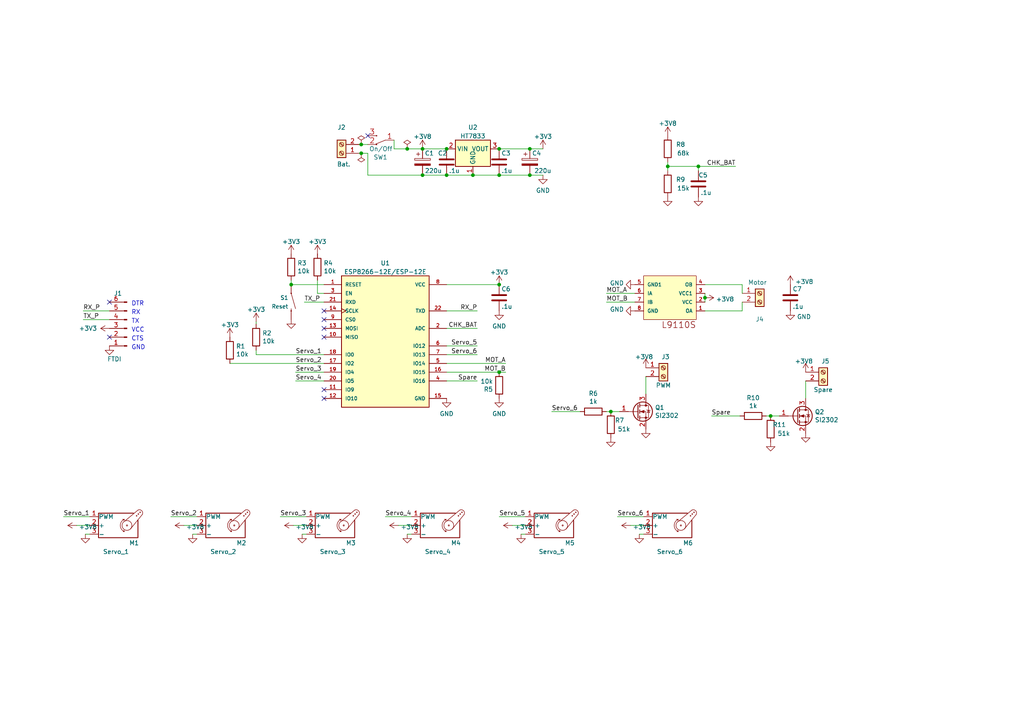
<source format=kicad_sch>
(kicad_sch (version 20211123) (generator eeschema)
  (paper "A4")
  (lib_symbols
    (symbol "Connector:Conn_01x06_Male" (pin_names (offset 1.016) hide)
      (property "Reference" "J" (at 0 7.62 0))
      (property "Value" "Conn_01x06_Male" (at 0 -10.16 0))
      (symbol "Conn_01x06_Male_1_1"
        (polyline (pts (xy 1.27 -7.62) (xy 0.8636 -7.62)) (stroke (width 0.1524)))
        (polyline (pts (xy 1.27 -5.08) (xy 0.8636 -5.08)) (stroke (width 0.1524)))
        (polyline (pts (xy 1.27 -2.54) (xy 0.8636 -2.54)) (stroke (width 0.1524)))
        (polyline (pts (xy 1.27 0) (xy 0.8636 0)) (stroke (width 0.1524)))
        (polyline (pts (xy 1.27 2.54) (xy 0.8636 2.54)) (stroke (width 0.1524)))
        (polyline (pts (xy 1.27 5.08) (xy 0.8636 5.08)) (stroke (width 0.1524)))
        (rectangle (start 0.8636 -7.493) (end 0 -7.747) (stroke (width 0.1524)) (fill (type outline)))
        (rectangle (start 0.8636 -4.953) (end 0 -5.207) (stroke (width 0.1524)) (fill (type outline)))
        (rectangle (start 0.8636 -2.413) (end 0 -2.667) (stroke (width 0.1524)) (fill (type outline)))
        (rectangle (start 0.8636 0.127) (end 0 -0.127) (stroke (width 0.1524)) (fill (type outline)))
        (rectangle (start 0.8636 2.667) (end 0 2.413) (stroke (width 0.1524)) (fill (type outline)))
        (rectangle (start 0.8636 5.207) (end 0 4.953) (stroke (width 0.1524)) (fill (type outline)))
        (pin passive line (at 5.08 5.08 180) (length 3.81) (name "Pin_1") (number "1"))
        (pin passive line (at 5.08 2.54 180) (length 3.81) (name "Pin_2") (number "2"))
        (pin passive line (at 5.08 0 180) (length 3.81) (name "Pin_3") (number "3"))
        (pin passive line (at 5.08 -2.54 180) (length 3.81) (name "Pin_4") (number "4"))
        (pin passive line (at 5.08 -5.08 180) (length 3.81) (name "Pin_5") (number "5"))
        (pin passive line (at 5.08 -7.62 180) (length 3.81) (name "Pin_6") (number "6"))
      )
    )
    (symbol "Connector:Screw_Terminal_01x02" (pin_names (offset 1.016) hide)
      (property "Reference" "J" (at 0 2.54 0))
      (property "Value" "Screw_Terminal_01x02" (at 0 -5.08 0))
      (symbol "Screw_Terminal_01x02_1_1"
        (rectangle (start -1.27 1.27) (end 1.27 -3.81) (stroke (width 0.254)) (fill (type background)))
        (circle (center 0 -2.54) (radius 0.635) (stroke (width 0.1524)))
        (polyline (pts (xy -0.5334 -2.2098) (xy 0.3302 -3.048)) (stroke (width 0.1524)))
        (polyline (pts (xy -0.5334 0.3302) (xy 0.3302 -0.508)) (stroke (width 0.1524)))
        (polyline (pts (xy -0.3556 -2.032) (xy 0.508 -2.8702)) (stroke (width 0.1524)))
        (polyline (pts (xy -0.3556 0.508) (xy 0.508 -0.3302)) (stroke (width 0.1524)))
        (circle (center 0 0) (radius 0.635) (stroke (width 0.1524)))
        (pin passive line (at -5.08 0 0) (length 3.81) (name "Pin_1") (number "1"))
        (pin passive line (at -5.08 -2.54 0) (length 3.81) (name "Pin_2") (number "2"))
      )
    )
    (symbol "Device:C" (pin_numbers hide) (pin_names (offset 0.254))
      (property "Reference" "C" (at 0.635 2.54 0))
      (property "Value" "C" (at 0.635 -2.54 0))
      (symbol "C_0_1"
        (polyline (pts (xy -2.032 -0.762) (xy 2.032 -0.762)) (stroke (width 0.508)))
        (polyline (pts (xy -2.032 0.762) (xy 2.032 0.762)) (stroke (width 0.508)))
      )
      (symbol "C_1_1"
        (pin passive line (at 0 3.81 270) (length 2.794) (name "~") (number "1"))
        (pin passive line (at 0 -3.81 90) (length 2.794) (name "~") (number "2"))
      )
    )
    (symbol "Device:C_Polarized" (pin_numbers hide) (pin_names (offset 0.254))
      (property "Reference" "C" (at 0.635 2.54 0))
      (property "Value" "C_Polarized" (at 0.635 -2.54 0))
      (symbol "C_Polarized_0_1"
        (rectangle (start -2.286 0.508) (end 2.286 1.016))
        (polyline (pts (xy -1.778 2.286) (xy -0.762 2.286)))
        (polyline (pts (xy -1.27 2.794) (xy -1.27 1.778)))
        (rectangle (start 2.286 -0.508) (end -2.286 -1.016) (fill (type outline)))
      )
      (symbol "C_Polarized_1_1"
        (pin passive line (at 0 3.81 270) (length 2.794) (name "~") (number "1"))
        (pin passive line (at 0 -3.81 90) (length 2.794) (name "~") (number "2"))
      )
    )
    (symbol "Device:R" (pin_numbers hide) (pin_names (offset 0))
      (property "Reference" "R" (at 2.032 0 90))
      (property "Value" "R" (at 0 0 90))
      (symbol "R_0_1"
        (rectangle (start -1.016 -2.54) (end 1.016 2.54) (stroke (width 0.254)))
      )
      (symbol "R_1_1"
        (pin passive line (at 0 3.81 270) (length 1.27) (name "~") (number "1"))
        (pin passive line (at 0 -3.81 90) (length 1.27) (name "~") (number "2"))
      )
    )
    (symbol "ESP8266-12E_ESP-12E:ESP8266-12E{brace}slash}ESP-12E" (pin_names (offset 1.016))
      (property "Reference" "U" (at -12.7254 18.3134 0))
      (property "Value" "ESP8266-12E{brace}slash}ESP-12E" (at -12.7 -23.3934 0))
      (symbol "ESP8266-12E{brace}slash}ESP-12E_0_0"
        (rectangle (start -12.7 -20.32) (end 12.7 17.78) (stroke (width 0.254)) (fill (type background)))
        (pin input line (at -17.78 15.24 0) (length 5.08) (name "RESET") (number "1"))
        (pin bidirectional line (at -17.78 0 0) (length 5.08) (name "MISO") (number "10"))
        (pin bidirectional line (at -17.78 -15.24 0) (length 5.08) (name "IO9") (number "11"))
        (pin bidirectional line (at -17.78 -17.78 0) (length 5.08) (name "IO10") (number "12"))
        (pin bidirectional line (at -17.78 2.54 0) (length 5.08) (name "MOSI") (number "13"))
        (pin input clock (at -17.78 7.62 0) (length 5.08) (name "SCLK") (number "14"))
        (pin power_in line (at 17.78 -17.78 180) (length 5.08) (name "GND") (number "15"))
        (pin bidirectional line (at 17.78 -10.16 180) (length 5.08) (name "IO15") (number "16"))
        (pin bidirectional line (at -17.78 -7.62 0) (length 5.08) (name "IO2") (number "17"))
        (pin bidirectional line (at -17.78 -5.08 0) (length 5.08) (name "IO0") (number "18"))
        (pin bidirectional line (at -17.78 -10.16 0) (length 5.08) (name "IO4") (number "19"))
        (pin passive line (at 17.78 2.54 180) (length 5.08) (name "ADC") (number "2"))
        (pin bidirectional line (at -17.78 -12.7 0) (length 5.08) (name "IO5") (number "20"))
        (pin input line (at -17.78 10.16 0) (length 5.08) (name "RXD") (number "21"))
        (pin output line (at 17.78 7.62 180) (length 5.08) (name "TXD") (number "22"))
        (pin input line (at -17.78 12.7 0) (length 5.08) (name "EN") (number "3"))
        (pin bidirectional line (at 17.78 -12.7 180) (length 5.08) (name "IO16") (number "4"))
        (pin bidirectional line (at 17.78 -7.62 180) (length 5.08) (name "IO14") (number "5"))
        (pin bidirectional line (at 17.78 -2.54 180) (length 5.08) (name "IO12") (number "6"))
        (pin bidirectional line (at 17.78 -5.08 180) (length 5.08) (name "IO13") (number "7"))
        (pin power_in line (at 17.78 15.24 180) (length 5.08) (name "VCC") (number "8"))
        (pin input line (at -17.78 5.08 0) (length 5.08) (name "CS0") (number "9"))
      )
    )
    (symbol "L9110S:L9110S" (pin_names (offset 1.016))
      (symbol "L9110S_0_0"
        (rectangle (start -7.62 -5.08) (end 7.62 7.62) (stroke (width 0.1524)) (fill (type background)))
        (text "L9110S" (at -7.62 10.16 0) (effects (font (size 1.778 1.778)) (justify left bottom)))
        (pin output line (at -10.16 5.08 0) (length 2.54) (name "OA") (number "1"))
        (pin power_in line (at -10.16 2.54 0) (length 2.54) (name "VCC") (number "2"))
        (pin power_in line (at -10.16 0 0) (length 2.54) (name "VCC1") (number "3"))
        (pin output line (at -10.16 -2.54 0) (length 2.54) (name "OB") (number "4"))
        (pin power_in line (at 10.16 -2.54 180) (length 2.54) (name "GND1") (number "5"))
        (pin input line (at 10.16 0 180) (length 2.54) (name "IA") (number "6"))
        (pin input line (at 10.16 2.54 180) (length 2.54) (name "IB") (number "7"))
        (pin power_in line (at 10.16 5.08 180) (length 2.54) (name "GND") (number "8"))
      )
    )
    (symbol "Motor:Motor_Servo" (pin_names (offset 0.0254))
      (property "Reference" "M" (at -5.08 4.445 0))
      (property "Value" "Motor_Servo" (at -5.08 -4.064 0))
      (symbol "Motor_Servo_0_1"
        (polyline (pts (xy 2.413 -1.778) (xy 2.032 -1.778)))
        (polyline (pts (xy 2.413 -1.778) (xy 2.286 -1.397)))
        (polyline (pts (xy 2.413 1.778) (xy 1.905 1.778)))
        (polyline (pts (xy 2.413 1.778) (xy 2.286 1.397)))
        (polyline (pts (xy 6.35 4.445) (xy 2.54 1.27)))
        (polyline (pts (xy 7.62 3.175) (xy 4.191 -1.016)))
        (polyline (pts (xy 5.08 3.556) (xy -5.08 3.556) (xy -5.08 -3.556) (xy 6.35 -3.556) (xy 6.35 1.524)) (stroke (width 0.254)))
        (arc (start 2.413 1.778) (mid 1.2406 0) (end 2.413 -1.778))
        (circle (center 3.175 0) (radius 0.1778))
        (circle (center 3.175 0) (radius 1.4224))
        (circle (center 5.969 2.794) (radius 0.127))
        (circle (center 6.477 3.302) (radius 0.127))
        (circle (center 6.985 3.81) (radius 0.127))
        (arc (start 7.62 3.175) (mid 7.4485 4.2735) (end 6.35 4.445))
      )
      (symbol "Motor_Servo_1_1"
        (pin passive line (at -7.62 2.54 0) (length 2.54) (name "PWM") (number "1"))
        (pin passive line (at -7.62 0 0) (length 2.54) (name "+") (number "2"))
        (pin passive line (at -7.62 -2.54 0) (length 2.54) (name "-") (number "3"))
      )
    )
    (symbol "Regulator_Linear:HT75xx-1-SOT89"
      (property "Reference" "U" (at -5.08 -3.81 0))
      (property "Value" "HT75xx-1-SOT89" (at 0 6.35 0))
      (symbol "HT75xx-1-SOT89_0_1"
        (rectangle (start -5.08 5.08) (end 5.08 -2.54) (stroke (width 0.254)) (fill (type background)))
      )
      (symbol "HT75xx-1-SOT89_1_1"
        (pin power_in line (at 0 -5.08 90) (length 2.54) (name "GND") (number "1"))
        (pin power_in line (at -7.62 2.54 0) (length 2.54) (name "VIN") (number "2"))
        (pin power_out line (at 7.62 2.54 180) (length 2.54) (name "VOUT") (number "3"))
      )
    )
    (symbol "SparkFun-Switches:ROCKER_SWITCH-SPST_PTH_RIGHT_ANGLE" (pin_numbers hide) (pin_names (offset 1.016) hide)
      (property "Reference" "S" (at -5.08 2.54 0))
      (property "Value" "ROCKER_SWITCH-SPST_PTH_RIGHT_ANGLE" (at -5.08 -2.54 0))
      (property "Field4" "SWCH-08863" (at 0 6.35 0))
      (symbol "ROCKER_SWITCH-SPST_PTH_RIGHT_ANGLE_1_0"
        (polyline (pts (xy -2.54 0) (xy 1.905 1.27)))
        (polyline (pts (xy 1.905 0) (xy 2.54 0)))
      )
      (symbol "ROCKER_SWITCH-SPST_PTH_RIGHT_ANGLE_1_1"
        (circle (center -2.54 0) (radius 0.127) (fill (type outline)))
        (circle (center 2.54 0) (radius 0.127) (fill (type outline)))
        (pin passive line (at -5.08 0 0) (length 2.54) (name "1") (number "1"))
        (pin passive line (at 5.08 0 180) (length 2.54) (name "2") (number "2"))
      )
    )
    (symbol "Transistor_FET:TSM2302CX" (pin_names hide)
      (property "Reference" "Q" (at 5.08 1.905 0))
      (property "Value" "TSM2302CX" (at 5.08 0 0))
      (symbol "TSM2302CX_0_1"
        (polyline (pts (xy 0.254 0) (xy -2.54 0)))
        (polyline (pts (xy 0.254 1.905) (xy 0.254 -1.905)) (stroke (width 0.254)))
        (polyline (pts (xy 0.762 -1.27) (xy 0.762 -2.286)) (stroke (width 0.254)))
        (polyline (pts (xy 0.762 0.508) (xy 0.762 -0.508)) (stroke (width 0.254)))
        (polyline (pts (xy 0.762 2.286) (xy 0.762 1.27)) (stroke (width 0.254)))
        (polyline (pts (xy 2.54 2.54) (xy 2.54 1.778)))
        (polyline (pts (xy 2.54 -2.54) (xy 2.54 0) (xy 0.762 0)))
        (polyline (pts (xy 0.762 -1.778) (xy 3.302 -1.778) (xy 3.302 1.778) (xy 0.762 1.778)))
        (polyline (pts (xy 1.016 0) (xy 2.032 0.381) (xy 2.032 -0.381) (xy 1.016 0)) (fill (type outline)))
        (polyline (pts (xy 2.794 0.508) (xy 2.921 0.381) (xy 3.683 0.381) (xy 3.81 0.254)))
        (polyline (pts (xy 3.302 0.381) (xy 2.921 -0.254) (xy 3.683 -0.254) (xy 3.302 0.381)))
        (circle (center 1.651 0) (radius 2.794) (stroke (width 0.254)))
        (circle (center 2.54 -1.778) (radius 0.254) (fill (type outline)))
        (circle (center 2.54 1.778) (radius 0.254) (fill (type outline)))
      )
      (symbol "TSM2302CX_1_1"
        (pin input line (at -5.08 0 0) (length 2.54) (name "G") (number "1"))
        (pin passive line (at 2.54 -5.08 90) (length 2.54) (name "S") (number "2"))
        (pin passive line (at 2.54 5.08 270) (length 2.54) (name "D") (number "3"))
      )
    )
    (symbol "power:+3V3" (power) (pin_names (offset 0))
      (property "Value" "+3V3" (at 0 3.556 0))
      (symbol "+3V3_0_1"
        (polyline (pts (xy -0.762 1.27) (xy 0 2.54)))
        (polyline (pts (xy 0 0) (xy 0 2.54)))
        (polyline (pts (xy 0 2.54) (xy 0.762 1.27)))
      )
      (symbol "+3V3_1_1"
        (pin power_in line (at 0 0 90) (length 0) hide (name "+3V3") (number "1"))
      )
    )
    (symbol "power:+3V8" (power) (pin_names (offset 0))
      (property "Value" "+3V8" (at 0 3.556 0))
      (symbol "+3V8_0_1"
        (polyline (pts (xy -0.762 1.27) (xy 0 2.54)))
        (polyline (pts (xy 0 0) (xy 0 2.54)))
        (polyline (pts (xy 0 2.54) (xy 0.762 1.27)))
      )
      (symbol "+3V8_1_1"
        (pin power_in line (at 0 0 90) (length 0) hide (name "+3V8") (number "1"))
      )
    )
    (symbol "power:GND" (power) (pin_names (offset 0))
      (property "Value" "GND" (at 0 -3.81 0))
      (symbol "GND_0_1"
        (polyline (pts (xy 0 0) (xy 0 -1.27) (xy 1.27 -1.27) (xy 0 -2.54) (xy -1.27 -1.27) (xy 0 -1.27)))
      )
      (symbol "GND_1_1"
        (pin power_in line (at 0 0 270) (length 0) hide (name "GND") (number "1"))
      )
    )
    (symbol "power:PWR_FLAG" (power) (pin_numbers hide) (pin_names (offset 0) hide)
      (property "Value" "PWR_FLAG" (at 0 3.81 0))
      (symbol "PWR_FLAG_0_0"
        (pin power_out line (at 0 0 90) (length 0) (name "pwr") (number "1"))
      )
      (symbol "PWR_FLAG_0_1"
        (polyline (pts (xy 0 0) (xy 0 1.27) (xy -1.016 1.905) (xy 0 2.54) (xy 1.016 1.905) (xy 0 1.27)))
      )
    )
    (symbol "w_device:SW_SPDT" (pin_names (offset 1.016) hide)
      (property "Reference" "SW" (at 0.254 3.556 0))
      (property "Value" "SW_SPDT" (at 0 -2.413 0))
      (symbol "SW_SPDT_0_1"
        (polyline (pts (xy -1.27 0) (xy 1.524 1.143)))
        (circle (center 1.27 -1.27) (radius 0.127))
        (circle (center 1.27 1.27) (radius 0.127))
        (pin passive line (at -3.81 0 0) (length 2.54) (name "COM") (number "1"))
        (pin passive line (at 3.81 1.27 180) (length 2.54) (name "NC") (number "2"))
        (pin passive line (at 3.81 -1.27 180) (length 2.54) (name "NO") (number "3"))
      )
    )
  )
  (junction (at 137.16 50.8))
  (junction (at 144.78 43.18))
  (junction (at 104.775 41.91))
  (junction (at 144.78 50.8))
  (junction (at 122.555 50.8))
  (junction (at 177.165 119.38))
  (junction (at 129.54 50.8))
  (junction (at 144.78 82.55))
  (junction (at 202.565 48.26))
  (junction (at 204.47 86.36))
  (junction (at 144.78 107.95))
  (junction (at 104.775 44.45))
  (junction (at 153.67 43.18))
  (junction (at 193.675 48.26))
  (junction (at 153.67 50.8))
  (junction (at 129.54 43.18))
  (junction (at 118.11 43.18))
  (junction (at 122.555 43.18))
  (junction (at 84.455 82.55))
  (junction (at 223.52 120.65))
  (no_connect (at 31.75 87.63))
  (no_connect (at 106.68 39.37))
  (no_connect (at 31.75 97.79))
  (no_connect (at 93.98 95.25))
  (no_connect (at 93.98 97.79))
  (no_connect (at 93.98 90.17))
  (no_connect (at 93.98 92.71))
  (no_connect (at 93.98 113.03))
  (no_connect (at 93.98 115.57))
  (wire (pts (xy 193.675 48.26) (xy 202.565 48.26)))
  (wire (pts (xy 186.69 154.94) (xy 185.42 154.94)))
  (wire (pts (xy 84.455 82.55) (xy 93.98 82.55)))
  (wire (pts (xy 186.69 152.4) (xy 182.88 152.4)))
  (wire (pts (xy 204.47 90.17) (xy 215.265 90.17)))
  (wire (pts (xy 204.47 82.55) (xy 215.265 82.55)))
  (wire (pts (xy 144.78 107.95) (xy 146.685 107.95)))
  (wire (pts (xy 104.14 44.45) (xy 104.775 44.45)))
  (wire (pts (xy 74.295 102.87) (xy 93.98 102.87)))
  (wire (pts (xy 204.47 87.63) (xy 204.47 86.36)))
  (wire (pts (xy 111.76 149.86) (xy 119.38 149.86)))
  (wire (pts (xy 118.11 43.18) (xy 122.555 43.18)))
  (wire (pts (xy 74.295 102.87) (xy 74.295 101.6)))
  (wire (pts (xy 129.54 50.8) (xy 122.555 50.8)))
  (wire (pts (xy 57.15 152.4) (xy 53.34 152.4)))
  (wire (pts (xy 187.325 109.22) (xy 187.325 114.3)))
  (wire (pts (xy 175.895 119.38) (xy 177.165 119.38)))
  (wire (pts (xy 106.68 50.8) (xy 122.555 50.8)))
  (wire (pts (xy 129.54 90.17) (xy 138.43 90.17)))
  (wire (pts (xy 24.13 92.71) (xy 31.75 92.71)))
  (wire (pts (xy 26.035 154.94) (xy 24.765 154.94)))
  (wire (pts (xy 26.035 152.4) (xy 22.225 152.4)))
  (wire (pts (xy 88.9 154.94) (xy 87.63 154.94)))
  (wire (pts (xy 49.53 149.86) (xy 57.15 149.86)))
  (wire (pts (xy 144.78 43.18) (xy 153.67 43.18)))
  (wire (pts (xy 66.675 105.41) (xy 93.98 105.41)))
  (wire (pts (xy 129.54 110.49) (xy 138.43 110.49)))
  (wire (pts (xy 85.725 110.49) (xy 93.98 110.49)))
  (wire (pts (xy 119.38 154.94) (xy 118.11 154.94)))
  (wire (pts (xy 175.895 87.63) (xy 184.15 87.63)))
  (wire (pts (xy 85.725 107.95) (xy 93.98 107.95)))
  (wire (pts (xy 206.375 120.65) (xy 214.63 120.65)))
  (wire (pts (xy 152.4 152.4) (xy 148.59 152.4)))
  (wire (pts (xy 88.265 87.63) (xy 93.98 87.63)))
  (wire (pts (xy 122.555 43.18) (xy 129.54 43.18)))
  (wire (pts (xy 84.455 81.28) (xy 84.455 82.55)))
  (wire (pts (xy 129.54 105.41) (xy 146.685 105.41)))
  (wire (pts (xy 18.415 149.86) (xy 26.035 149.86)))
  (wire (pts (xy 24.13 90.17) (xy 31.75 90.17)))
  (wire (pts (xy 104.775 41.91) (xy 106.68 41.91)))
  (wire (pts (xy 129.54 100.33) (xy 138.43 100.33)))
  (wire (pts (xy 129.54 102.87) (xy 138.43 102.87)))
  (wire (pts (xy 74.295 93.98) (xy 74.295 93.345)))
  (wire (pts (xy 106.68 44.45) (xy 106.68 50.8)))
  (wire (pts (xy 233.68 110.49) (xy 233.68 115.57)))
  (wire (pts (xy 175.895 85.09) (xy 184.15 85.09)))
  (wire (pts (xy 92.075 85.09) (xy 92.075 81.28)))
  (wire (pts (xy 144.78 50.8) (xy 153.67 50.8)))
  (wire (pts (xy 104.775 44.45) (xy 106.68 44.45)))
  (wire (pts (xy 222.25 120.65) (xy 223.52 120.65)))
  (wire (pts (xy 129.54 107.95) (xy 144.78 107.95)))
  (wire (pts (xy 223.52 120.65) (xy 226.06 120.65)))
  (wire (pts (xy 179.07 149.86) (xy 186.69 149.86)))
  (wire (pts (xy 93.98 85.09) (xy 92.075 85.09)))
  (wire (pts (xy 81.28 149.86) (xy 88.9 149.86)))
  (wire (pts (xy 193.675 48.26) (xy 193.675 49.53)))
  (wire (pts (xy 157.48 50.8) (xy 153.67 50.8)))
  (wire (pts (xy 57.15 154.94) (xy 55.88 154.94)))
  (wire (pts (xy 202.565 48.26) (xy 202.565 49.53)))
  (wire (pts (xy 193.675 46.99) (xy 193.675 48.26)))
  (wire (pts (xy 177.165 119.38) (xy 179.705 119.38)))
  (wire (pts (xy 202.565 48.26) (xy 213.36 48.26)))
  (wire (pts (xy 144.78 149.86) (xy 152.4 149.86)))
  (wire (pts (xy 137.16 50.8) (xy 144.78 50.8)))
  (wire (pts (xy 152.4 154.94) (xy 151.13 154.94)))
  (wire (pts (xy 157.48 43.18) (xy 153.67 43.18)))
  (wire (pts (xy 204.47 86.36) (xy 204.47 85.09)))
  (wire (pts (xy 129.54 82.55) (xy 144.78 82.55)))
  (wire (pts (xy 215.265 82.55) (xy 215.265 85.09)))
  (wire (pts (xy 215.265 90.17) (xy 215.265 87.63)))
  (wire (pts (xy 88.9 152.4) (xy 85.09 152.4)))
  (wire (pts (xy 160.02 119.38) (xy 168.275 119.38)))
  (wire (pts (xy 114.3 40.64) (xy 114.3 43.18)))
  (wire (pts (xy 104.14 41.91) (xy 104.775 41.91)))
  (wire (pts (xy 129.54 50.8) (xy 137.16 50.8)))
  (wire (pts (xy 119.38 152.4) (xy 115.57 152.4)))
  (wire (pts (xy 129.54 95.25) (xy 138.43 95.25)))
  (wire (pts (xy 114.3 43.18) (xy 118.11 43.18)))
  (text "DTR" (at 38.1 88.9 0) (effects (font (size 1.27 1.27)) (justify left bottom)))
  (text "RX" (at 38.1 91.44 0) (effects (font (size 1.27 1.27)) (justify left bottom)))
  (text "VCC" (at 38.1 96.52 0) (effects (font (size 1.27 1.27)) (justify left bottom)))
  (text "CTS" (at 38.1 99.06 0) (effects (font (size 1.27 1.27)) (justify left bottom)))
  (text "GND" (at 38.1 101.6 0) (effects (font (size 1.27 1.27)) (justify left bottom)))
  (text "TX" (at 38.1 93.98 0) (effects (font (size 1.27 1.27)) (justify left bottom)))
  (label "Spare" (at 138.43 110.49 180))
  (label "MOT_A" (at 146.685 105.41 180))
  (label "Servo_3" (at 85.725 107.95 0))
  (label "Servo_1" (at 18.415 149.86 0))
  (label "Servo_2" (at 49.53 149.86 0))
  (label "CHK_BAT" (at 138.43 95.25 180))
  (label "Servo_4" (at 111.76 149.86 0))
  (label "Servo_1" (at 85.725 102.87 0))
  (label "Servo_6" (at 138.43 102.87 180))
  (label "Servo_5" (at 144.78 149.86 0))
  (label "CHK_BAT" (at 213.36 48.26 180))
  (label "Servo_6" (at 160.02 119.38 0))
  (label "Servo_6" (at 179.07 149.86 0))
  (label "Servo_4" (at 85.725 110.49 0))
  (label "Spare" (at 206.375 120.65 0))
  (label "MOT_B" (at 175.895 87.63 0))
  (label "RX_P" (at 24.13 90.17 0))
  (label "MOT_A" (at 175.895 85.09 0))
  (label "RX_P" (at 138.43 90.17 180))
  (label "Servo_5" (at 138.43 100.33 180))
  (label "MOT_B" (at 146.685 107.95 180))
  (label "TX_P" (at 88.265 87.63 0))
  (label "Servo_3" (at 81.28 149.86 0))
  (label "Servo_2" (at 85.725 105.41 0))
  (label "TX_P" (at 24.13 92.71 0))
  (symbol (lib_id "power:PWR_FLAG") (at 118.11 43.18 0) (unit 1)
    (property "Reference" "#FLG03" (effects hide))
    (property "Value" "PWR_FLAG" (effects hide))
  )
  (symbol (lib_id "power:GND") (at 184.15 82.55 270) (unit 1)
    (property "Reference" "#PWR026" (effects hide))
    (property "Value" "GND" (at 180.975 82.1162 90) (effects (justify right)))
  )
  (symbol (lib_id "power:+3V3") (at 84.455 73.66 0) (unit 1)
    (property "Reference" "#PWR09" (effects hide))
    (property "Value" "+3V3" (at 84.455 70.0842 0))
  )
  (symbol (lib_id "Device:R") (at 144.78 111.76 180) (unit 1)
    (property "Reference" "R5" (at 143.002 112.9284 0) (effects (justify left)))
    (property "Value" "10k" (at 143.002 110.617 0) (effects (justify left)))
    (property "Footprint" "Resistor_SMD:R_0805_2012Metric_Pad1.20x1.40mm_HandSolder" (effects hide))
    (property "Source" "https://de.aliexpress.com/wholesale?&SearchText=resistor+book+0805" (effects hide))
  )
  (symbol (lib_id "Motor:Motor_Servo") (at 160.02 152.4 0) (unit 1)
    (property "Reference" "M5" (at 163.83 157.48 0) (effects (justify left)))
    (property "Value" "Servo_5" (at 156.21 160.02 0) (effects (justify left)))
    (property "Footprint" "Connector_PinHeader_2.54mm:PinHeader_1x03_P2.54mm_Vertical" (effects hide))
    (property "Datasheet" "http://forums.parallax.com/uploads/attachments/46831/74481.png" (effects hide))
    (property "Source" "https://de.aliexpress.com/wholesale?&SearchText=dupont+kit" (effects hide))
  )
  (symbol (lib_id "Device:C_Polarized") (at 153.67 46.99 0) (unit 1)
    (property "Reference" "C4" (at 154.305 44.45 0) (effects (justify left)))
    (property "Value" "220u" (at 154.94 49.53 0) (effects (justify left)))
    (property "Footprint" "Capacitor_SMD:CP_Elec_8x10.5" (effects hide))
  )
  (symbol (lib_id "Device:R") (at 193.675 43.18 180) (unit 1)
    (property "Reference" "R8" (at 198.755 41.91 0) (effects (justify left)))
    (property "Value" "68k" (at 200.025 44.45 0) (effects (justify left)))
    (property "Footprint" "Resistor_SMD:R_0805_2012Metric_Pad1.20x1.40mm_HandSolder" (effects hide))
    (property "Source" "https://de.aliexpress.com/wholesale?&SearchText=resistor+book+0805" (effects hide))
  )
  (symbol (lib_id "power:+3V8") (at 148.59 152.4 90) (unit 1)
    (property "Reference" "#PWR020" (effects hide))
    (property "Value" "+3V8" (at 149.225 152.8338 90) (effects (justify right)))
  )
  (symbol (lib_id "power:GND") (at 202.565 57.15 0) (unit 1)
    (property "Reference" "#PWR033" (effects hide))
    (property "Value" "GND" (effects hide))
  )
  (symbol (lib_id "Transistor_FET:TSM2302CX") (at 184.785 119.38 0) (unit 1)
    (property "Reference" "Q1" (at 189.9666 118.2116 0) (effects (justify left)))
    (property "Value" "SI2302" (at 189.9666 120.523 0) (effects (justify left)))
    (property "Footprint" "Package_TO_SOT_SMD:SOT-23" (effects hide))
    (property "Datasheet" "https://www.taiwansemi.com/products/datasheet/TSM2302CX_E1608.pdf" (effects hide))
    (property "Source" "https://de.aliexpress.com/wholesale?&SearchText=si2302" (effects hide))
  )
  (symbol (lib_id "power:GND") (at 87.63 154.94 0) (unit 1)
    (property "Reference" "#PWR012" (effects hide))
    (property "Value" "GND" (effects hide))
  )
  (symbol (lib_id "power:+3V3") (at 31.75 95.25 90) (unit 1)
    (property "Reference" "#PWR03" (effects hide))
    (property "Value" "+3V3" (at 22.86 95.25 90) (effects (justify right)))
  )
  (symbol (lib_id "power:GND") (at 144.78 90.17 0) (unit 1)
    (property "Reference" "#PWR038" (effects hide))
    (property "Value" "GND" (at 144.78 94.6134 0))
  )
  (symbol (lib_id "power:GND") (at 184.15 90.17 270) (unit 1)
    (property "Reference" "#PWR027" (effects hide))
    (property "Value" "GND" (at 180.975 89.7362 90) (effects (justify right)))
  )
  (symbol (lib_id "power:GND") (at 229.235 90.17 0) (unit 1)
    (property "Reference" "#PWR040" (effects hide))
    (property "Value" "GND" (at 231.14 91.8738 0) (effects (justify left)))
  )
  (symbol (lib_id "Device:R") (at 223.52 124.46 180) (unit 1)
    (property "Reference" "R11" (at 226.06 123.19 0))
    (property "Value" "51k" (at 227.33 125.73 0))
    (property "Footprint" "Resistor_SMD:R_0805_2012Metric_Pad1.20x1.40mm_HandSolder" (effects hide))
    (property "Source" "https://de.aliexpress.com/wholesale?&SearchText=resistor+book+0805" (effects hide))
  )
  (symbol (lib_id "power:GND") (at 193.675 57.15 0) (unit 1)
    (property "Reference" "#PWR032" (effects hide))
    (property "Value" "GND" (effects hide))
  )
  (symbol (lib_id "power:GND") (at 118.11 154.94 0) (unit 1)
    (property "Reference" "#PWR015" (effects hide))
    (property "Value" "GND" (effects hide))
  )
  (symbol (lib_id "Device:R") (at 84.455 77.47 0) (unit 1)
    (property "Reference" "R3" (at 86.233 76.3016 0) (effects (justify left)))
    (property "Value" "10k" (at 86.233 78.613 0) (effects (justify left)))
    (property "Footprint" "Resistor_SMD:R_0805_2012Metric_Pad1.20x1.40mm_HandSolder" (effects hide))
    (property "Source" "https://de.aliexpress.com/wholesale?&SearchText=resistor+book+0805" (effects hide))
  )
  (symbol (lib_id "Device:R") (at 172.085 119.38 270) (unit 1)
    (property "Reference" "R6" (at 172.085 114.1222 90))
    (property "Value" "1k" (at 172.085 116.4336 90))
    (property "Footprint" "Resistor_SMD:R_0805_2012Metric_Pad1.20x1.40mm_HandSolder" (effects hide))
    (property "Source" "https://de.aliexpress.com/wholesale?&SearchText=resistor+book+0805" (effects hide))
  )
  (symbol (lib_id "SparkFun-Switches:ROCKER_SWITCH-SPST_PTH_RIGHT_ANGLE") (at 84.455 87.63 270) (unit 1)
    (property "Reference" "S1" (at 81.28 86.36 90) (effects (font (size 1.143 1.143)) (justify left)))
    (property "Value" "Reset" (at 78.74 88.9 90) (effects (font (size 1.143 1.143)) (justify left)))
    (property "Footprint" "Eigene:TACTILE_SWITCH_SMD_6.0X3.5MM" (effects hide))
    (property "Field4" "SWCH-08863" (effects hide))
  )
  (symbol (lib_id "Motor:Motor_Servo") (at 96.52 152.4 0) (unit 1)
    (property "Reference" "M3" (at 100.33 157.48 0) (effects (justify left)))
    (property "Value" "Servo_3" (at 92.71 160.02 0) (effects (justify left)))
    (property "Footprint" "Connector_PinHeader_2.54mm:PinHeader_1x03_P2.54mm_Vertical" (effects hide))
    (property "Datasheet" "http://forums.parallax.com/uploads/attachments/46831/74481.png" (effects hide))
    (property "Source" "https://de.aliexpress.com/wholesale?&SearchText=dupont+kit" (effects hide))
  )
  (symbol (lib_id "Device:C_Polarized") (at 122.555 46.99 0) (unit 1)
    (property "Reference" "C1" (at 123.19 44.45 0) (effects (justify left)))
    (property "Value" "220u" (at 123.19 49.53 0) (effects (justify left)))
    (property "Footprint" "Capacitor_SMD:CP_Elec_8x10.5" (effects hide))
  )
  (symbol (lib_id "Motor:Motor_Servo") (at 64.77 152.4 0) (unit 1)
    (property "Reference" "M2" (at 68.58 157.48 0) (effects (justify left)))
    (property "Value" "Servo_2" (at 60.96 160.02 0) (effects (justify left)))
    (property "Footprint" "Connector_PinHeader_2.54mm:PinHeader_1x03_P2.54mm_Vertical" (effects hide))
    (property "Datasheet" "http://forums.parallax.com/uploads/attachments/46831/74481.png" (effects hide))
    (property "Source" "https://de.aliexpress.com/wholesale?&SearchText=dupont+kit" (effects hide))
  )
  (symbol (lib_id "power:+3V8") (at 182.88 152.4 90) (unit 1)
    (property "Reference" "#PWR025" (effects hide))
    (property "Value" "+3V8" (at 183.515 152.8338 90) (effects (justify right)))
  )
  (symbol (lib_id "Connector:Screw_Terminal_01x02") (at 220.345 85.09 0) (unit 1)
    (property "Reference" "J4" (at 220.345 92.5998 0))
    (property "Value" "Motor" (at 219.71 81.915 0))
    (property "Footprint" "Connector_PinHeader_2.54mm:PinHeader_1x02_P2.54mm_Vertical" (effects hide))
  )
  (symbol (lib_id "power:GND") (at 185.42 154.94 0) (unit 1)
    (property "Reference" "#PWR028" (effects hide))
    (property "Value" "GND" (effects hide))
  )
  (symbol (lib_id "power:+3V8") (at 122.555 43.18 0) (unit 1)
    (property "Reference" "#PWR016" (effects hide))
    (property "Value" "+3V8" (at 122.555 39.6042 0))
  )
  (symbol (lib_id "power:+3V3") (at 74.295 93.345 0) (unit 1)
    (property "Reference" "#PWR08" (effects hide))
    (property "Value" "+3V3" (at 74.295 89.7692 0))
  )
  (symbol (lib_id "w_device:SW_SPDT") (at 110.49 40.64 180) (unit 1)
    (property "Reference" "SW1" (at 110.363 45.6098 0))
    (property "Value" "On/Off" (at 110.49 43.18 0))
    (property "Footprint" "Eigene:MST-22D01_Standing" (effects hide))
  )
  (symbol (lib_id "ESP8266-12E_ESP-12E:ESP8266-12E{brace}slash}ESP-12E") (at 111.76 97.79 0) (unit 1)
    (property "Reference" "U1" (at 111.76 76.3102 0))
    (property "Value" "ESP8266-12E/ESP-12E" (at 111.76 78.8471 0))
    (property "Footprint" "snapeda:XCVR_ESP8266-12E_ESP-12E" (effects hide))
    (property "MANUFACTURER" "AI-Thinker" (effects hide))
  )
  (symbol (lib_id "Device:R") (at 193.675 53.34 180) (unit 1)
    (property "Reference" "R9" (at 198.755 52.07 0) (effects (justify left)))
    (property "Value" "15k" (at 200.025 54.61 0) (effects (justify left)))
    (property "Footprint" "Resistor_SMD:R_0805_2012Metric_Pad1.20x1.40mm_HandSolder" (effects hide))
    (property "Source" "https://de.aliexpress.com/wholesale?&SearchText=resistor+book+0805" (effects hide))
  )
  (symbol (lib_id "power:+3V8") (at 187.325 106.68 0) (unit 1)
    (property "Reference" "#PWR029" (effects hide))
    (property "Value" "+3V8" (at 184.15 103.505 0) (effects (justify left)))
  )
  (symbol (lib_id "power:GND") (at 187.325 124.46 0) (unit 1)
    (property "Reference" "#PWR030" (effects hide))
    (property "Value" "GND" (effects hide))
  )
  (symbol (lib_id "power:GND") (at 24.765 154.94 0) (unit 1)
    (property "Reference" "#PWR02" (effects hide))
    (property "Value" "GND" (effects hide))
  )
  (symbol (lib_id "L9110S:L9110S") (at 194.31 85.09 180) (unit 1)
    (property "Reference" "U3" (effects hide))
    (property "Value" "L9110S" (effects hide))
    (property "Footprint" "snapeda:SOIC127P600X150-8" (effects hide))
  )
  (symbol (lib_id "Motor:Motor_Servo") (at 194.31 152.4 0) (unit 1)
    (property "Reference" "M6" (at 198.12 157.48 0) (effects (justify left)))
    (property "Value" "Servo_6" (at 190.5 160.02 0) (effects (justify left)))
    (property "Footprint" "Connector_PinHeader_2.54mm:PinHeader_1x03_P2.54mm_Vertical" (effects hide))
    (property "Datasheet" "http://forums.parallax.com/uploads/attachments/46831/74481.png" (effects hide))
    (property "Source" "https://de.aliexpress.com/wholesale?&SearchText=dupont+kit" (effects hide))
  )
  (symbol (lib_id "power:GND") (at 151.13 154.94 0) (unit 1)
    (property "Reference" "#PWR021" (effects hide))
    (property "Value" "GND" (effects hide))
  )
  (symbol (lib_id "power:+3V8") (at 85.09 152.4 90) (unit 1)
    (property "Reference" "#PWR011" (effects hide))
    (property "Value" "+3V8" (at 85.725 152.8338 90) (effects (justify right)))
  )
  (symbol (lib_id "Connector:Conn_01x06_Male") (at 36.83 95.25 180) (unit 1)
    (property "Reference" "J1" (at 33.02 85.09 0) (effects (justify right)))
    (property "Value" "FTDI" (at 31.115 104.14 0) (effects (justify right)))
    (property "Footprint" "Connector_PinHeader_2.54mm:PinHeader_1x06_P2.54mm_Vertical" (effects hide))
    (property "Source" "https://de.aliexpress.com/wholesale?&SearchText=dupont+kit" (effects hide))
  )
  (symbol (lib_id "Connector:Screw_Terminal_01x02") (at 192.405 106.68 0) (unit 1)
    (property "Reference" "J3" (at 193.04 103.505 0))
    (property "Value" "PWM" (at 192.405 111.76 0))
    (property "Footprint" "Connector_PinHeader_2.54mm:PinHeader_1x02_P2.54mm_Vertical" (effects hide))
  )
  (symbol (lib_id "power:GND") (at 84.455 92.71 0) (unit 1)
    (property "Reference" "#PWR010" (effects hide))
    (property "Value" "GND" (effects hide))
  )
  (symbol (lib_id "Device:C") (at 202.565 53.34 0) (unit 1)
    (property "Reference" "C5" (at 202.565 50.8 0) (effects (justify left)))
    (property "Value" ".1u" (at 203.2 55.88 0) (effects (justify left)))
    (property "Footprint" "Capacitor_SMD:C_0805_2012Metric_Pad1.18x1.45mm_HandSolder" (effects hide))
    (property "Source" "https://de.aliexpress.com/wholesale?&SearchText=capacitor+book+0805" (effects hide))
  )
  (symbol (lib_id "power:GND") (at 233.68 125.73 0) (unit 1)
    (property "Reference" "#PWR037" (effects hide))
    (property "Value" "GND" (effects hide))
  )
  (symbol (lib_id "power:+3V8") (at 233.68 107.95 0) (unit 1)
    (property "Reference" "#PWR036" (effects hide))
    (property "Value" "+3V8" (at 230.505 104.775 0) (effects (justify left)))
  )
  (symbol (lib_id "power:GND") (at 223.52 128.27 0) (unit 1)
    (property "Reference" "#PWR035" (effects hide))
    (property "Value" "GND" (effects hide))
  )
  (symbol (lib_id "Device:R") (at 92.075 77.47 0) (unit 1)
    (property "Reference" "R4" (at 93.853 76.3016 0) (effects (justify left)))
    (property "Value" "10k" (at 93.853 78.613 0) (effects (justify left)))
    (property "Footprint" "Resistor_SMD:R_0805_2012Metric_Pad1.20x1.40mm_HandSolder" (effects hide))
    (property "Source" "https://de.aliexpress.com/wholesale?&SearchText=resistor+book+0805" (effects hide))
  )
  (symbol (lib_id "Device:R") (at 74.295 97.79 0) (unit 1)
    (property "Reference" "R2" (at 76.073 96.6216 0) (effects (justify left)))
    (property "Value" "10k" (at 76.073 98.933 0) (effects (justify left)))
    (property "Footprint" "Resistor_SMD:R_0805_2012Metric_Pad1.20x1.40mm_HandSolder" (effects hide))
    (property "Source" "https://de.aliexpress.com/wholesale?&SearchText=resistor+book+0805" (effects hide))
  )
  (symbol (lib_id "power:+3V8") (at 53.34 152.4 90) (unit 1)
    (property "Reference" "#PWR05" (effects hide))
    (property "Value" "+3V8" (at 53.975 152.8338 90) (effects (justify right)))
  )
  (symbol (lib_id "power:+3V8") (at 204.47 86.36 270) (unit 1)
    (property "Reference" "#PWR034" (effects hide))
    (property "Value" "+3V8" (at 207.645 86.7938 90) (effects (justify left)))
  )
  (symbol (lib_id "power:GND") (at 55.88 154.94 0) (unit 1)
    (property "Reference" "#PWR06" (effects hide))
    (property "Value" "GND" (effects hide))
  )
  (symbol (lib_id "Device:C") (at 229.235 86.36 0) (unit 1)
    (property "Reference" "C7" (at 229.87 83.82 0) (effects (justify left)))
    (property "Value" ".1u" (at 229.87 88.9 0) (effects (justify left)))
    (property "Footprint" "Capacitor_SMD:C_0805_2012Metric_Pad1.18x1.45mm_HandSolder" (effects hide))
  )
  (symbol (lib_id "power:+3V3") (at 144.78 82.55 0) (unit 1)
    (property "Reference" "#PWR017" (effects hide))
    (property "Value" "+3V3" (at 144.78 78.9742 0))
  )
  (symbol (lib_id "Connector:Screw_Terminal_01x02") (at 238.76 107.95 0) (unit 1)
    (property "Reference" "J5" (at 239.395 104.775 0))
    (property "Value" "Spare" (at 238.76 113.03 0))
    (property "Footprint" "Connector_PinHeader_2.54mm:PinHeader_1x02_P2.54mm_Vertical" (effects hide))
  )
  (symbol (lib_id "Regulator_Linear:HT75xx-1-SOT89") (at 137.16 45.72 0) (unit 1)
    (property "Reference" "U2" (at 137.16 36.9402 0))
    (property "Value" "HT7833" (at 137.16 39.4771 0))
    (property "Footprint" "Package_TO_SOT_SMD:SOT-89-3" (effects hide))
    (property "Datasheet" "https://www.holtek.com/documents/10179/116711/HT75xx-1v250.pdf" (effects hide))
  )
  (symbol (lib_id "Transistor_FET:TSM2302CX") (at 231.14 120.65 0) (unit 1)
    (property "Reference" "Q2" (at 236.3216 119.4816 0) (effects (justify left)))
    (property "Value" "SI2302" (at 236.3216 121.793 0) (effects (justify left)))
    (property "Footprint" "Package_TO_SOT_SMD:SOT-23" (effects hide))
    (property "Datasheet" "https://www.taiwansemi.com/products/datasheet/TSM2302CX_E1608.pdf" (effects hide))
    (property "Source" "https://de.aliexpress.com/wholesale?&SearchText=si2302" (effects hide))
  )
  (symbol (lib_id "power:GND") (at 144.78 115.57 0) (unit 1)
    (property "Reference" "#PWR019" (effects hide))
    (property "Value" "GND" (at 144.78 120.0134 0))
  )
  (symbol (lib_id "Device:R") (at 218.44 120.65 270) (unit 1)
    (property "Reference" "R10" (at 218.44 115.3922 90))
    (property "Value" "1k" (at 218.44 117.7036 90))
    (property "Footprint" "Resistor_SMD:R_0805_2012Metric_Pad1.20x1.40mm_HandSolder" (effects hide))
    (property "Source" "https://de.aliexpress.com/wholesale?&SearchText=resistor+book+0805" (effects hide))
  )
  (symbol (lib_id "power:+3V8") (at 229.235 82.55 0) (unit 1)
    (property "Reference" "#PWR039" (effects hide))
    (property "Value" "+3V8" (at 230.632 81.7138 0) (effects (justify left)))
  )
  (symbol (lib_id "power:GND") (at 157.48 50.8 0) (unit 1)
    (property "Reference" "#PWR023" (effects hide))
    (property "Value" "GND" (at 157.48 55.2434 0))
  )
  (symbol (lib_id "power:GND") (at 129.54 115.57 0) (unit 1)
    (property "Reference" "#PWR018" (effects hide))
    (property "Value" "GND" (at 129.54 120.0134 0))
  )
  (symbol (lib_id "Device:C") (at 129.54 46.99 0) (unit 1)
    (property "Reference" "C2" (at 127 44.45 0) (effects (justify left)))
    (property "Value" ".1u" (at 130.175 49.53 0) (effects (justify left)))
    (property "Footprint" "Capacitor_SMD:C_0805_2012Metric_Pad1.18x1.45mm_HandSolder" (effects hide))
  )
  (symbol (lib_id "power:PWR_FLAG") (at 104.775 41.91 0) (unit 1)
    (property "Reference" "#FLG01" (effects hide))
    (property "Value" "PWR_FLAG" (effects hide))
  )
  (symbol (lib_id "Motor:Motor_Servo") (at 33.655 152.4 0) (unit 1)
    (property "Reference" "M1" (at 37.465 157.48 0) (effects (justify left)))
    (property "Value" "Servo_1" (at 29.845 160.02 0) (effects (justify left)))
    (property "Footprint" "Connector_PinHeader_2.54mm:PinHeader_1x03_P2.54mm_Vertical" (effects hide))
    (property "Datasheet" "http://forums.parallax.com/uploads/attachments/46831/74481.png" (effects hide))
    (property "Source" "https://de.aliexpress.com/wholesale?&SearchText=dupont+kit" (effects hide))
  )
  (symbol (lib_id "power:+3V3") (at 92.075 73.66 0) (unit 1)
    (property "Reference" "#PWR013" (effects hide))
    (property "Value" "+3V3" (at 92.075 70.0842 0))
  )
  (symbol (lib_id "power:GND") (at 31.75 100.33 0) (unit 1)
    (property "Reference" "#PWR04" (effects hide))
    (property "Value" "GND" (effects hide))
  )
  (symbol (lib_id "power:+3V8") (at 22.225 152.4 90) (unit 1)
    (property "Reference" "#PWR01" (effects hide))
    (property "Value" "+3V8" (at 22.86 152.8338 90) (effects (justify right)))
  )
  (symbol (lib_id "Device:R") (at 66.675 101.6 0) (unit 1)
    (property "Reference" "R1" (at 68.453 100.4316 0) (effects (justify left)))
    (property "Value" "10k" (at 68.453 102.743 0) (effects (justify left)))
    (property "Footprint" "Resistor_SMD:R_0805_2012Metric_Pad1.20x1.40mm_HandSolder" (effects hide))
    (property "Source" "https://de.aliexpress.com/wholesale?&SearchText=resistor+book+0805" (effects hide))
  )
  (symbol (lib_id "power:PWR_FLAG") (at 104.775 44.45 180) (unit 1)
    (property "Reference" "#FLG02" (effects hide))
    (property "Value" "PWR_FLAG" (effects hide))
  )
  (symbol (lib_id "power:+3V8") (at 115.57 152.4 90) (unit 1)
    (property "Reference" "#PWR014" (effects hide))
    (property "Value" "+3V8" (at 116.205 152.8338 90) (effects (justify right)))
  )
  (symbol (lib_id "power:GND") (at 177.165 127 0) (unit 1)
    (property "Reference" "#PWR024" (effects hide))
    (property "Value" "GND" (effects hide))
  )
  (symbol (lib_id "Connector:Screw_Terminal_01x02") (at 99.06 44.45 180) (unit 1)
    (property "Reference" "J2" (at 99.06 36.9402 0))
    (property "Value" "Bat." (at 99.695 47.625 0))
    (property "Footprint" "Connector_PinHeader_2.54mm:PinHeader_1x02_P2.54mm_Vertical" (effects hide))
  )
  (symbol (lib_id "Device:R") (at 177.165 123.19 180) (unit 1)
    (property "Reference" "R7" (at 179.705 121.92 0))
    (property "Value" "51k" (at 180.975 124.46 0))
    (property "Footprint" "Resistor_SMD:R_0805_2012Metric_Pad1.20x1.40mm_HandSolder" (effects hide))
    (property "Source" "https://de.aliexpress.com/wholesale?&SearchText=resistor+book+0805" (effects hide))
  )
  (symbol (lib_id "Device:C") (at 144.78 86.36 0) (unit 1)
    (property "Reference" "C6" (at 145.415 83.82 0) (effects (justify left)))
    (property "Value" ".1u" (at 145.415 88.9 0) (effects (justify left)))
    (property "Footprint" "Capacitor_SMD:C_0805_2012Metric_Pad1.18x1.45mm_HandSolder" (effects hide))
  )
  (symbol (lib_id "Device:C") (at 144.78 46.99 0) (unit 1)
    (property "Reference" "C3" (at 145.415 44.45 0) (effects (justify left)))
    (property "Value" ".1u" (at 145.415 49.53 0) (effects (justify left)))
    (property "Footprint" "Capacitor_SMD:C_0805_2012Metric_Pad1.18x1.45mm_HandSolder" (effects hide))
  )
  (symbol (lib_id "power:+3V8") (at 193.675 39.37 0) (unit 1)
    (property "Reference" "#PWR031" (effects hide))
    (property "Value" "+3V8" (at 193.675 35.7942 0))
  )
  (symbol (lib_id "power:+3V3") (at 66.675 97.79 0) (unit 1)
    (property "Reference" "#PWR07" (effects hide))
    (property "Value" "+3V3" (at 66.675 94.2142 0))
  )
  (symbol (lib_id "Motor:Motor_Servo") (at 127 152.4 0) (unit 1)
    (property "Reference" "M4" (at 130.81 157.48 0) (effects (justify left)))
    (property "Value" "Servo_4" (at 123.19 160.02 0) (effects (justify left)))
    (property "Footprint" "Connector_PinHeader_2.54mm:PinHeader_1x03_P2.54mm_Vertical" (effects hide))
    (property "Datasheet" "http://forums.parallax.com/uploads/attachments/46831/74481.png" (effects hide))
    (property "Source" "https://de.aliexpress.com/wholesale?&SearchText=dupont+kit" (effects hide))
  )
  (symbol (lib_id "power:+3V3") (at 157.48 43.18 0) (unit 1)
    (property "Reference" "#PWR022" (effects hide))
    (property "Value" "+3V3" (at 157.48 39.6042 0))
  )
)
</source>
